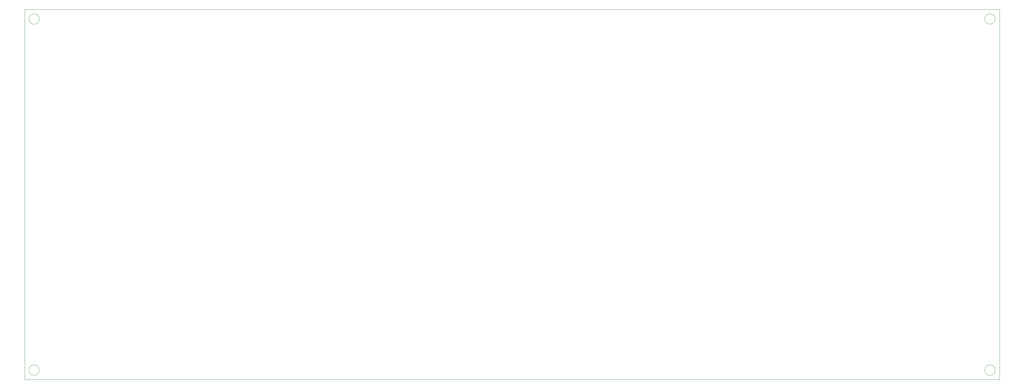
<source format=gm1>
%TF.GenerationSoftware,KiCad,Pcbnew,(7.0.0)*%
%TF.CreationDate,2023-03-13T22:40:24-04:00*%
%TF.ProjectId,luminator,6c756d69-6e61-4746-9f72-2e6b69636164,rev?*%
%TF.SameCoordinates,Original*%
%TF.FileFunction,Profile,NP*%
%FSLAX46Y46*%
G04 Gerber Fmt 4.6, Leading zero omitted, Abs format (unit mm)*
G04 Created by KiCad (PCBNEW (7.0.0)) date 2023-03-13 22:40:24*
%MOMM*%
%LPD*%
G01*
G04 APERTURE LIST*
%TA.AperFunction,Profile*%
%ADD10C,0.100000*%
%TD*%
G04 APERTURE END LIST*
D10*
X322093022Y-21590000D02*
G75*
G03*
X322093022Y-21590000I-1545022J0D01*
G01*
X322093022Y-125222000D02*
G75*
G03*
X322093022Y-125222000I-1545022J0D01*
G01*
X40174043Y-21611021D02*
G75*
G03*
X40174043Y-21611021I-1545022J0D01*
G01*
X35814000Y-18796000D02*
X323342000Y-18796000D01*
X323342000Y-18796000D02*
X323342000Y-128016000D01*
X323342000Y-128016000D02*
X35814000Y-128016000D01*
X35814000Y-128016000D02*
X35814000Y-18796000D01*
X40153022Y-125222000D02*
G75*
G03*
X40153022Y-125222000I-1545022J0D01*
G01*
M02*

</source>
